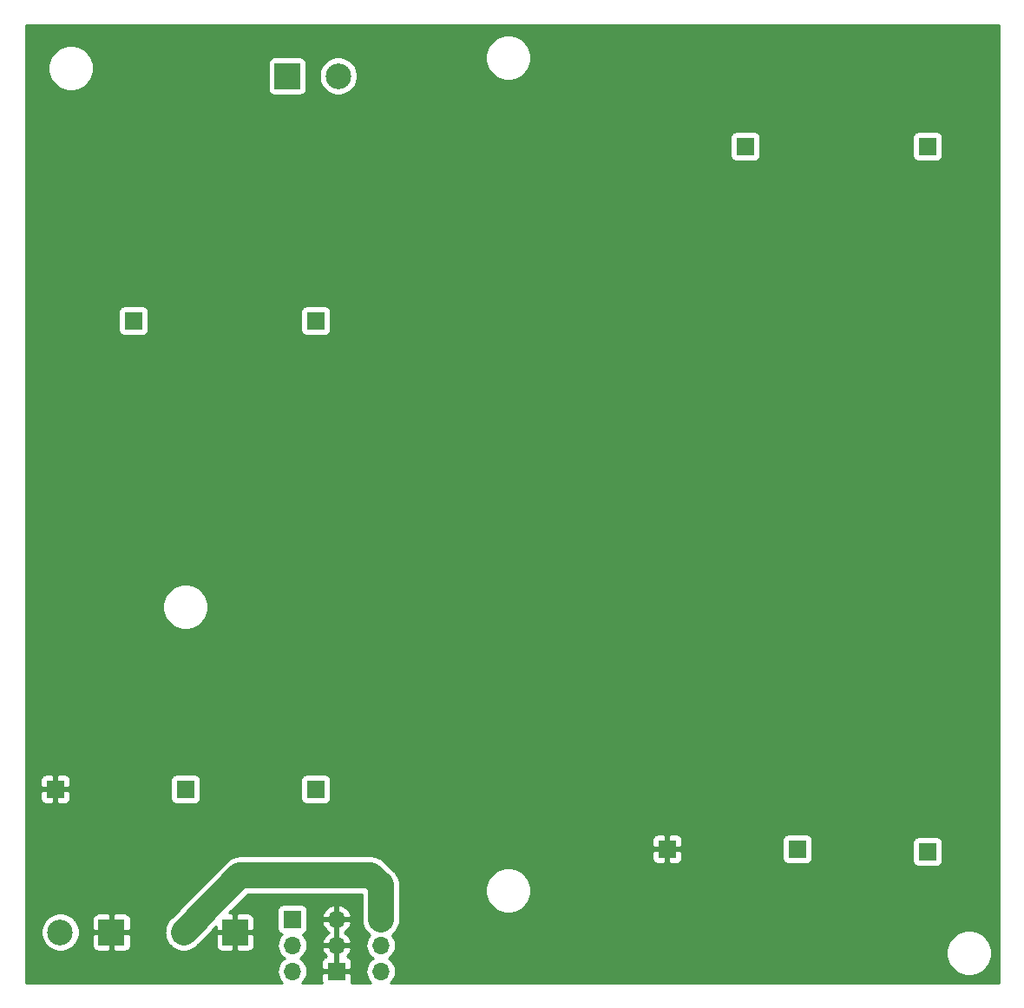
<source format=gbr>
G04 #@! TF.GenerationSoftware,KiCad,Pcbnew,(5.1.4)-1*
G04 #@! TF.CreationDate,2019-10-21T16:45:54-04:00*
G04 #@! TF.ProjectId,psu_board,7073755f-626f-4617-9264-2e6b69636164,rev?*
G04 #@! TF.SameCoordinates,Original*
G04 #@! TF.FileFunction,Copper,L2,Bot*
G04 #@! TF.FilePolarity,Positive*
%FSLAX46Y46*%
G04 Gerber Fmt 4.6, Leading zero omitted, Abs format (unit mm)*
G04 Created by KiCad (PCBNEW (5.1.4)-1) date 2019-10-21 16:45:54*
%MOMM*%
%LPD*%
G04 APERTURE LIST*
%ADD10C,2.500000*%
%ADD11R,2.500000X2.500000*%
%ADD12O,1.700000X1.700000*%
%ADD13R,1.700000X1.700000*%
%ADD14C,2.500000*%
%ADD15C,0.254000*%
G04 APERTURE END LIST*
D10*
X157956000Y-152146000D03*
D11*
X162956000Y-152146000D03*
D10*
X170006000Y-152146000D03*
D11*
X175006000Y-152146000D03*
D12*
X180594000Y-155956000D03*
X180594000Y-153416000D03*
D13*
X180594000Y-150876000D03*
D12*
X189230000Y-155956000D03*
X189230000Y-153416000D03*
D13*
X189230000Y-150876000D03*
X229870000Y-144018000D03*
X170180000Y-138176000D03*
D10*
X185086000Y-68580000D03*
D11*
X180086000Y-68580000D03*
D13*
X242570000Y-75438000D03*
X224790000Y-75438000D03*
X182880000Y-92456000D03*
X165100000Y-92456000D03*
X217170000Y-144018000D03*
X242570000Y-144272000D03*
X157480000Y-138176000D03*
X182880000Y-138176000D03*
D12*
X184912000Y-150876000D03*
X184912000Y-153416000D03*
D13*
X184912000Y-155956000D03*
D14*
X171255999Y-150785999D02*
X175483998Y-146558000D01*
X170006000Y-152146000D02*
X171255999Y-150896001D01*
X171255999Y-150896001D02*
X171255999Y-150785999D01*
X189230000Y-147526000D02*
X189230000Y-150876000D01*
X188262000Y-146558000D02*
X189230000Y-147526000D01*
X175483998Y-146558000D02*
X188262000Y-146558000D01*
D15*
G36*
X249530000Y-67088418D02*
G01*
X249530001Y-67088428D01*
X249530000Y-157074000D01*
X190208532Y-157074000D01*
X190285134Y-157011134D01*
X190470706Y-156785014D01*
X190608599Y-156527034D01*
X190693513Y-156247111D01*
X190722185Y-155956000D01*
X190693513Y-155664889D01*
X190608599Y-155384966D01*
X190470706Y-155126986D01*
X190285134Y-154900866D01*
X190059014Y-154715294D01*
X190004209Y-154686000D01*
X190059014Y-154656706D01*
X190285134Y-154471134D01*
X190470706Y-154245014D01*
X190608599Y-153987034D01*
X190617445Y-153957872D01*
X244399000Y-153957872D01*
X244399000Y-154398128D01*
X244484890Y-154829925D01*
X244653369Y-155236669D01*
X244897962Y-155602729D01*
X245209271Y-155914038D01*
X245575331Y-156158631D01*
X245982075Y-156327110D01*
X246413872Y-156413000D01*
X246854128Y-156413000D01*
X247285925Y-156327110D01*
X247692669Y-156158631D01*
X248058729Y-155914038D01*
X248370038Y-155602729D01*
X248614631Y-155236669D01*
X248783110Y-154829925D01*
X248869000Y-154398128D01*
X248869000Y-153957872D01*
X248783110Y-153526075D01*
X248614631Y-153119331D01*
X248370038Y-152753271D01*
X248058729Y-152441962D01*
X247692669Y-152197369D01*
X247285925Y-152028890D01*
X246854128Y-151943000D01*
X246413872Y-151943000D01*
X245982075Y-152028890D01*
X245575331Y-152197369D01*
X245209271Y-152441962D01*
X244897962Y-152753271D01*
X244653369Y-153119331D01*
X244484890Y-153526075D01*
X244399000Y-153957872D01*
X190617445Y-153957872D01*
X190693513Y-153707111D01*
X190722185Y-153416000D01*
X190693513Y-153124889D01*
X190608599Y-152844966D01*
X190470706Y-152586986D01*
X190328154Y-152413286D01*
X190569345Y-152215345D01*
X190804903Y-151928317D01*
X190979939Y-151600848D01*
X191087725Y-151245524D01*
X191115000Y-150968597D01*
X191115000Y-147861872D01*
X199441000Y-147861872D01*
X199441000Y-148302128D01*
X199526890Y-148733925D01*
X199695369Y-149140669D01*
X199939962Y-149506729D01*
X200251271Y-149818038D01*
X200617331Y-150062631D01*
X201024075Y-150231110D01*
X201455872Y-150317000D01*
X201896128Y-150317000D01*
X202327925Y-150231110D01*
X202734669Y-150062631D01*
X203100729Y-149818038D01*
X203412038Y-149506729D01*
X203656631Y-149140669D01*
X203825110Y-148733925D01*
X203911000Y-148302128D01*
X203911000Y-147861872D01*
X203825110Y-147430075D01*
X203656631Y-147023331D01*
X203412038Y-146657271D01*
X203100729Y-146345962D01*
X202734669Y-146101369D01*
X202327925Y-145932890D01*
X201896128Y-145847000D01*
X201455872Y-145847000D01*
X201024075Y-145932890D01*
X200617331Y-146101369D01*
X200251271Y-146345962D01*
X199939962Y-146657271D01*
X199695369Y-147023331D01*
X199526890Y-147430075D01*
X199441000Y-147861872D01*
X191115000Y-147861872D01*
X191115000Y-147618597D01*
X191124120Y-147526000D01*
X191087725Y-147156476D01*
X190979939Y-146801153D01*
X190979939Y-146801152D01*
X190804903Y-146473683D01*
X190569345Y-146186655D01*
X190497418Y-146127626D01*
X189660374Y-145290582D01*
X189601345Y-145218655D01*
X189314317Y-144983097D01*
X189098986Y-144868000D01*
X215681928Y-144868000D01*
X215694188Y-144992482D01*
X215730498Y-145112180D01*
X215789463Y-145222494D01*
X215868815Y-145319185D01*
X215965506Y-145398537D01*
X216075820Y-145457502D01*
X216195518Y-145493812D01*
X216320000Y-145506072D01*
X216884250Y-145503000D01*
X217043000Y-145344250D01*
X217043000Y-144145000D01*
X217297000Y-144145000D01*
X217297000Y-145344250D01*
X217455750Y-145503000D01*
X218020000Y-145506072D01*
X218144482Y-145493812D01*
X218264180Y-145457502D01*
X218374494Y-145398537D01*
X218471185Y-145319185D01*
X218550537Y-145222494D01*
X218609502Y-145112180D01*
X218645812Y-144992482D01*
X218658072Y-144868000D01*
X218655000Y-144303750D01*
X218496250Y-144145000D01*
X217297000Y-144145000D01*
X217043000Y-144145000D01*
X215843750Y-144145000D01*
X215685000Y-144303750D01*
X215681928Y-144868000D01*
X189098986Y-144868000D01*
X188986848Y-144808061D01*
X188631524Y-144700275D01*
X188354597Y-144673000D01*
X188354589Y-144673000D01*
X188262000Y-144663881D01*
X188169411Y-144673000D01*
X175576595Y-144673000D01*
X175483998Y-144663880D01*
X175114474Y-144700275D01*
X174759149Y-144808061D01*
X174431681Y-144983097D01*
X174144653Y-145218655D01*
X174085624Y-145290582D01*
X169988581Y-149387625D01*
X169916654Y-149446654D01*
X169681096Y-149733682D01*
X169599073Y-149887135D01*
X168804385Y-150681823D01*
X168804382Y-150681825D01*
X168541825Y-150944382D01*
X168490119Y-151021766D01*
X168431098Y-151093683D01*
X168387242Y-151175731D01*
X168335534Y-151253118D01*
X168299917Y-151339105D01*
X168256062Y-151421152D01*
X168229055Y-151510180D01*
X168193439Y-151596166D01*
X168175283Y-151687443D01*
X168148275Y-151776476D01*
X168139156Y-151869069D01*
X168121000Y-151960344D01*
X168121000Y-152053411D01*
X168111881Y-152146000D01*
X168121000Y-152238589D01*
X168121000Y-152331656D01*
X168139156Y-152422931D01*
X168148275Y-152515524D01*
X168175283Y-152604557D01*
X168193439Y-152695834D01*
X168229055Y-152781820D01*
X168256062Y-152870848D01*
X168299917Y-152952895D01*
X168335534Y-153038882D01*
X168387242Y-153116269D01*
X168431098Y-153198317D01*
X168490119Y-153270234D01*
X168541825Y-153347618D01*
X168607632Y-153413425D01*
X168666655Y-153485345D01*
X168738575Y-153544368D01*
X168804382Y-153610175D01*
X168881766Y-153661881D01*
X168953683Y-153720902D01*
X169035731Y-153764758D01*
X169113118Y-153816466D01*
X169199105Y-153852083D01*
X169281152Y-153895938D01*
X169370180Y-153922945D01*
X169456166Y-153958561D01*
X169547443Y-153976717D01*
X169636476Y-154003725D01*
X169729069Y-154012844D01*
X169820344Y-154031000D01*
X169913411Y-154031000D01*
X170006000Y-154040119D01*
X170098589Y-154031000D01*
X170191656Y-154031000D01*
X170282931Y-154012844D01*
X170375524Y-154003725D01*
X170464557Y-153976717D01*
X170555834Y-153958561D01*
X170641820Y-153922945D01*
X170730848Y-153895938D01*
X170812895Y-153852083D01*
X170898882Y-153816466D01*
X170976269Y-153764758D01*
X171058317Y-153720902D01*
X171130234Y-153661881D01*
X171207618Y-153610175D01*
X171421793Y-153396000D01*
X173117928Y-153396000D01*
X173130188Y-153520482D01*
X173166498Y-153640180D01*
X173225463Y-153750494D01*
X173304815Y-153847185D01*
X173401506Y-153926537D01*
X173511820Y-153985502D01*
X173631518Y-154021812D01*
X173756000Y-154034072D01*
X174720250Y-154031000D01*
X174879000Y-153872250D01*
X174879000Y-152273000D01*
X175133000Y-152273000D01*
X175133000Y-153872250D01*
X175291750Y-154031000D01*
X176256000Y-154034072D01*
X176380482Y-154021812D01*
X176500180Y-153985502D01*
X176610494Y-153926537D01*
X176707185Y-153847185D01*
X176786537Y-153750494D01*
X176845502Y-153640180D01*
X176881812Y-153520482D01*
X176894072Y-153396000D01*
X176891000Y-152431750D01*
X176732250Y-152273000D01*
X175133000Y-152273000D01*
X174879000Y-152273000D01*
X173279750Y-152273000D01*
X173121000Y-152431750D01*
X173117928Y-153396000D01*
X171421793Y-153396000D01*
X171470175Y-153347618D01*
X171470177Y-153347615D01*
X172523412Y-152294379D01*
X172595344Y-152235346D01*
X172830902Y-151948318D01*
X172912924Y-151794866D01*
X173120132Y-151587658D01*
X173121000Y-151860250D01*
X173279750Y-152019000D01*
X174879000Y-152019000D01*
X174879000Y-150419750D01*
X175133000Y-150419750D01*
X175133000Y-152019000D01*
X176732250Y-152019000D01*
X176891000Y-151860250D01*
X176894072Y-150896000D01*
X176881812Y-150771518D01*
X176845502Y-150651820D01*
X176786537Y-150541506D01*
X176707185Y-150444815D01*
X176610494Y-150365463D01*
X176500180Y-150306498D01*
X176380482Y-150270188D01*
X176256000Y-150257928D01*
X175291750Y-150261000D01*
X175133000Y-150419750D01*
X174879000Y-150419750D01*
X174720250Y-150261000D01*
X174447658Y-150260132D01*
X176264790Y-148443000D01*
X187345000Y-148443000D01*
X187345001Y-150968597D01*
X187372276Y-151245524D01*
X187480062Y-151600848D01*
X187655098Y-151928317D01*
X187890656Y-152215345D01*
X188131847Y-152413285D01*
X187989294Y-152586986D01*
X187851401Y-152844966D01*
X187766487Y-153124889D01*
X187737815Y-153416000D01*
X187766487Y-153707111D01*
X187851401Y-153987034D01*
X187989294Y-154245014D01*
X188174866Y-154471134D01*
X188400986Y-154656706D01*
X188455791Y-154686000D01*
X188400986Y-154715294D01*
X188174866Y-154900866D01*
X187989294Y-155126986D01*
X187851401Y-155384966D01*
X187766487Y-155664889D01*
X187737815Y-155956000D01*
X187766487Y-156247111D01*
X187851401Y-156527034D01*
X187989294Y-156785014D01*
X188174866Y-157011134D01*
X188251468Y-157074000D01*
X186338770Y-157074000D01*
X186351502Y-157050180D01*
X186387812Y-156930482D01*
X186400072Y-156806000D01*
X186397000Y-156241750D01*
X186238250Y-156083000D01*
X185039000Y-156083000D01*
X185039000Y-156103000D01*
X184785000Y-156103000D01*
X184785000Y-156083000D01*
X183585750Y-156083000D01*
X183427000Y-156241750D01*
X183423928Y-156806000D01*
X183436188Y-156930482D01*
X183472498Y-157050180D01*
X183485230Y-157074000D01*
X181572532Y-157074000D01*
X181649134Y-157011134D01*
X181834706Y-156785014D01*
X181972599Y-156527034D01*
X182057513Y-156247111D01*
X182086185Y-155956000D01*
X182057513Y-155664889D01*
X181972599Y-155384966D01*
X181834706Y-155126986D01*
X181817484Y-155106000D01*
X183423928Y-155106000D01*
X183427000Y-155670250D01*
X183585750Y-155829000D01*
X184785000Y-155829000D01*
X184785000Y-153543000D01*
X185039000Y-153543000D01*
X185039000Y-155829000D01*
X186238250Y-155829000D01*
X186397000Y-155670250D01*
X186400072Y-155106000D01*
X186387812Y-154981518D01*
X186351502Y-154861820D01*
X186292537Y-154751506D01*
X186213185Y-154654815D01*
X186116494Y-154575463D01*
X186006180Y-154516498D01*
X185925534Y-154492034D01*
X186009588Y-154416269D01*
X186183641Y-154182920D01*
X186308825Y-153920099D01*
X186353476Y-153772890D01*
X186232155Y-153543000D01*
X185039000Y-153543000D01*
X184785000Y-153543000D01*
X183591845Y-153543000D01*
X183470524Y-153772890D01*
X183515175Y-153920099D01*
X183640359Y-154182920D01*
X183814412Y-154416269D01*
X183898466Y-154492034D01*
X183817820Y-154516498D01*
X183707506Y-154575463D01*
X183610815Y-154654815D01*
X183531463Y-154751506D01*
X183472498Y-154861820D01*
X183436188Y-154981518D01*
X183423928Y-155106000D01*
X181817484Y-155106000D01*
X181649134Y-154900866D01*
X181423014Y-154715294D01*
X181368209Y-154686000D01*
X181423014Y-154656706D01*
X181649134Y-154471134D01*
X181834706Y-154245014D01*
X181972599Y-153987034D01*
X182057513Y-153707111D01*
X182086185Y-153416000D01*
X182057513Y-153124889D01*
X181972599Y-152844966D01*
X181834706Y-152586986D01*
X181649134Y-152360866D01*
X181619313Y-152336393D01*
X181688180Y-152315502D01*
X181798494Y-152256537D01*
X181895185Y-152177185D01*
X181974537Y-152080494D01*
X182033502Y-151970180D01*
X182069812Y-151850482D01*
X182082072Y-151726000D01*
X182082072Y-151232890D01*
X183470524Y-151232890D01*
X183515175Y-151380099D01*
X183640359Y-151642920D01*
X183814412Y-151876269D01*
X184030645Y-152071178D01*
X184156255Y-152146000D01*
X184030645Y-152220822D01*
X183814412Y-152415731D01*
X183640359Y-152649080D01*
X183515175Y-152911901D01*
X183470524Y-153059110D01*
X183591845Y-153289000D01*
X184785000Y-153289000D01*
X184785000Y-151003000D01*
X185039000Y-151003000D01*
X185039000Y-153289000D01*
X186232155Y-153289000D01*
X186353476Y-153059110D01*
X186308825Y-152911901D01*
X186183641Y-152649080D01*
X186009588Y-152415731D01*
X185793355Y-152220822D01*
X185667745Y-152146000D01*
X185793355Y-152071178D01*
X186009588Y-151876269D01*
X186183641Y-151642920D01*
X186308825Y-151380099D01*
X186353476Y-151232890D01*
X186232155Y-151003000D01*
X185039000Y-151003000D01*
X184785000Y-151003000D01*
X183591845Y-151003000D01*
X183470524Y-151232890D01*
X182082072Y-151232890D01*
X182082072Y-150519110D01*
X183470524Y-150519110D01*
X183591845Y-150749000D01*
X184785000Y-150749000D01*
X184785000Y-149555186D01*
X185039000Y-149555186D01*
X185039000Y-150749000D01*
X186232155Y-150749000D01*
X186353476Y-150519110D01*
X186308825Y-150371901D01*
X186183641Y-150109080D01*
X186009588Y-149875731D01*
X185793355Y-149680822D01*
X185543252Y-149531843D01*
X185268891Y-149434519D01*
X185039000Y-149555186D01*
X184785000Y-149555186D01*
X184555109Y-149434519D01*
X184280748Y-149531843D01*
X184030645Y-149680822D01*
X183814412Y-149875731D01*
X183640359Y-150109080D01*
X183515175Y-150371901D01*
X183470524Y-150519110D01*
X182082072Y-150519110D01*
X182082072Y-150026000D01*
X182069812Y-149901518D01*
X182033502Y-149781820D01*
X181974537Y-149671506D01*
X181895185Y-149574815D01*
X181798494Y-149495463D01*
X181688180Y-149436498D01*
X181568482Y-149400188D01*
X181444000Y-149387928D01*
X179744000Y-149387928D01*
X179619518Y-149400188D01*
X179499820Y-149436498D01*
X179389506Y-149495463D01*
X179292815Y-149574815D01*
X179213463Y-149671506D01*
X179154498Y-149781820D01*
X179118188Y-149901518D01*
X179105928Y-150026000D01*
X179105928Y-151726000D01*
X179118188Y-151850482D01*
X179154498Y-151970180D01*
X179213463Y-152080494D01*
X179292815Y-152177185D01*
X179389506Y-152256537D01*
X179499820Y-152315502D01*
X179568687Y-152336393D01*
X179538866Y-152360866D01*
X179353294Y-152586986D01*
X179215401Y-152844966D01*
X179130487Y-153124889D01*
X179101815Y-153416000D01*
X179130487Y-153707111D01*
X179215401Y-153987034D01*
X179353294Y-154245014D01*
X179538866Y-154471134D01*
X179764986Y-154656706D01*
X179819791Y-154686000D01*
X179764986Y-154715294D01*
X179538866Y-154900866D01*
X179353294Y-155126986D01*
X179215401Y-155384966D01*
X179130487Y-155664889D01*
X179101815Y-155956000D01*
X179130487Y-156247111D01*
X179215401Y-156527034D01*
X179353294Y-156785014D01*
X179538866Y-157011134D01*
X179615468Y-157074000D01*
X154584000Y-157074000D01*
X154584000Y-151960344D01*
X156071000Y-151960344D01*
X156071000Y-152331656D01*
X156143439Y-152695834D01*
X156285534Y-153038882D01*
X156491825Y-153347618D01*
X156754382Y-153610175D01*
X157063118Y-153816466D01*
X157406166Y-153958561D01*
X157770344Y-154031000D01*
X158141656Y-154031000D01*
X158505834Y-153958561D01*
X158848882Y-153816466D01*
X159157618Y-153610175D01*
X159371793Y-153396000D01*
X161067928Y-153396000D01*
X161080188Y-153520482D01*
X161116498Y-153640180D01*
X161175463Y-153750494D01*
X161254815Y-153847185D01*
X161351506Y-153926537D01*
X161461820Y-153985502D01*
X161581518Y-154021812D01*
X161706000Y-154034072D01*
X162670250Y-154031000D01*
X162829000Y-153872250D01*
X162829000Y-152273000D01*
X163083000Y-152273000D01*
X163083000Y-153872250D01*
X163241750Y-154031000D01*
X164206000Y-154034072D01*
X164330482Y-154021812D01*
X164450180Y-153985502D01*
X164560494Y-153926537D01*
X164657185Y-153847185D01*
X164736537Y-153750494D01*
X164795502Y-153640180D01*
X164831812Y-153520482D01*
X164844072Y-153396000D01*
X164841000Y-152431750D01*
X164682250Y-152273000D01*
X163083000Y-152273000D01*
X162829000Y-152273000D01*
X161229750Y-152273000D01*
X161071000Y-152431750D01*
X161067928Y-153396000D01*
X159371793Y-153396000D01*
X159420175Y-153347618D01*
X159626466Y-153038882D01*
X159768561Y-152695834D01*
X159841000Y-152331656D01*
X159841000Y-151960344D01*
X159768561Y-151596166D01*
X159626466Y-151253118D01*
X159420175Y-150944382D01*
X159371793Y-150896000D01*
X161067928Y-150896000D01*
X161071000Y-151860250D01*
X161229750Y-152019000D01*
X162829000Y-152019000D01*
X162829000Y-150419750D01*
X163083000Y-150419750D01*
X163083000Y-152019000D01*
X164682250Y-152019000D01*
X164841000Y-151860250D01*
X164844072Y-150896000D01*
X164831812Y-150771518D01*
X164795502Y-150651820D01*
X164736537Y-150541506D01*
X164657185Y-150444815D01*
X164560494Y-150365463D01*
X164450180Y-150306498D01*
X164330482Y-150270188D01*
X164206000Y-150257928D01*
X163241750Y-150261000D01*
X163083000Y-150419750D01*
X162829000Y-150419750D01*
X162670250Y-150261000D01*
X161706000Y-150257928D01*
X161581518Y-150270188D01*
X161461820Y-150306498D01*
X161351506Y-150365463D01*
X161254815Y-150444815D01*
X161175463Y-150541506D01*
X161116498Y-150651820D01*
X161080188Y-150771518D01*
X161067928Y-150896000D01*
X159371793Y-150896000D01*
X159157618Y-150681825D01*
X158848882Y-150475534D01*
X158505834Y-150333439D01*
X158141656Y-150261000D01*
X157770344Y-150261000D01*
X157406166Y-150333439D01*
X157063118Y-150475534D01*
X156754382Y-150681825D01*
X156491825Y-150944382D01*
X156285534Y-151253118D01*
X156143439Y-151596166D01*
X156071000Y-151960344D01*
X154584000Y-151960344D01*
X154584000Y-143168000D01*
X215681928Y-143168000D01*
X215685000Y-143732250D01*
X215843750Y-143891000D01*
X217043000Y-143891000D01*
X217043000Y-142691750D01*
X217297000Y-142691750D01*
X217297000Y-143891000D01*
X218496250Y-143891000D01*
X218655000Y-143732250D01*
X218658072Y-143168000D01*
X228381928Y-143168000D01*
X228381928Y-144868000D01*
X228394188Y-144992482D01*
X228430498Y-145112180D01*
X228489463Y-145222494D01*
X228568815Y-145319185D01*
X228665506Y-145398537D01*
X228775820Y-145457502D01*
X228895518Y-145493812D01*
X229020000Y-145506072D01*
X230720000Y-145506072D01*
X230844482Y-145493812D01*
X230964180Y-145457502D01*
X231074494Y-145398537D01*
X231171185Y-145319185D01*
X231250537Y-145222494D01*
X231309502Y-145112180D01*
X231345812Y-144992482D01*
X231358072Y-144868000D01*
X231358072Y-143422000D01*
X241081928Y-143422000D01*
X241081928Y-145122000D01*
X241094188Y-145246482D01*
X241130498Y-145366180D01*
X241189463Y-145476494D01*
X241268815Y-145573185D01*
X241365506Y-145652537D01*
X241475820Y-145711502D01*
X241595518Y-145747812D01*
X241720000Y-145760072D01*
X243420000Y-145760072D01*
X243544482Y-145747812D01*
X243664180Y-145711502D01*
X243774494Y-145652537D01*
X243871185Y-145573185D01*
X243950537Y-145476494D01*
X244009502Y-145366180D01*
X244045812Y-145246482D01*
X244058072Y-145122000D01*
X244058072Y-143422000D01*
X244045812Y-143297518D01*
X244009502Y-143177820D01*
X243950537Y-143067506D01*
X243871185Y-142970815D01*
X243774494Y-142891463D01*
X243664180Y-142832498D01*
X243544482Y-142796188D01*
X243420000Y-142783928D01*
X241720000Y-142783928D01*
X241595518Y-142796188D01*
X241475820Y-142832498D01*
X241365506Y-142891463D01*
X241268815Y-142970815D01*
X241189463Y-143067506D01*
X241130498Y-143177820D01*
X241094188Y-143297518D01*
X241081928Y-143422000D01*
X231358072Y-143422000D01*
X231358072Y-143168000D01*
X231345812Y-143043518D01*
X231309502Y-142923820D01*
X231250537Y-142813506D01*
X231171185Y-142716815D01*
X231074494Y-142637463D01*
X230964180Y-142578498D01*
X230844482Y-142542188D01*
X230720000Y-142529928D01*
X229020000Y-142529928D01*
X228895518Y-142542188D01*
X228775820Y-142578498D01*
X228665506Y-142637463D01*
X228568815Y-142716815D01*
X228489463Y-142813506D01*
X228430498Y-142923820D01*
X228394188Y-143043518D01*
X228381928Y-143168000D01*
X218658072Y-143168000D01*
X218645812Y-143043518D01*
X218609502Y-142923820D01*
X218550537Y-142813506D01*
X218471185Y-142716815D01*
X218374494Y-142637463D01*
X218264180Y-142578498D01*
X218144482Y-142542188D01*
X218020000Y-142529928D01*
X217455750Y-142533000D01*
X217297000Y-142691750D01*
X217043000Y-142691750D01*
X216884250Y-142533000D01*
X216320000Y-142529928D01*
X216195518Y-142542188D01*
X216075820Y-142578498D01*
X215965506Y-142637463D01*
X215868815Y-142716815D01*
X215789463Y-142813506D01*
X215730498Y-142923820D01*
X215694188Y-143043518D01*
X215681928Y-143168000D01*
X154584000Y-143168000D01*
X154584000Y-139026000D01*
X155991928Y-139026000D01*
X156004188Y-139150482D01*
X156040498Y-139270180D01*
X156099463Y-139380494D01*
X156178815Y-139477185D01*
X156275506Y-139556537D01*
X156385820Y-139615502D01*
X156505518Y-139651812D01*
X156630000Y-139664072D01*
X157194250Y-139661000D01*
X157353000Y-139502250D01*
X157353000Y-138303000D01*
X157607000Y-138303000D01*
X157607000Y-139502250D01*
X157765750Y-139661000D01*
X158330000Y-139664072D01*
X158454482Y-139651812D01*
X158574180Y-139615502D01*
X158684494Y-139556537D01*
X158781185Y-139477185D01*
X158860537Y-139380494D01*
X158919502Y-139270180D01*
X158955812Y-139150482D01*
X158968072Y-139026000D01*
X158965000Y-138461750D01*
X158806250Y-138303000D01*
X157607000Y-138303000D01*
X157353000Y-138303000D01*
X156153750Y-138303000D01*
X155995000Y-138461750D01*
X155991928Y-139026000D01*
X154584000Y-139026000D01*
X154584000Y-137326000D01*
X155991928Y-137326000D01*
X155995000Y-137890250D01*
X156153750Y-138049000D01*
X157353000Y-138049000D01*
X157353000Y-136849750D01*
X157607000Y-136849750D01*
X157607000Y-138049000D01*
X158806250Y-138049000D01*
X158965000Y-137890250D01*
X158968072Y-137326000D01*
X168691928Y-137326000D01*
X168691928Y-139026000D01*
X168704188Y-139150482D01*
X168740498Y-139270180D01*
X168799463Y-139380494D01*
X168878815Y-139477185D01*
X168975506Y-139556537D01*
X169085820Y-139615502D01*
X169205518Y-139651812D01*
X169330000Y-139664072D01*
X171030000Y-139664072D01*
X171154482Y-139651812D01*
X171274180Y-139615502D01*
X171384494Y-139556537D01*
X171481185Y-139477185D01*
X171560537Y-139380494D01*
X171619502Y-139270180D01*
X171655812Y-139150482D01*
X171668072Y-139026000D01*
X171668072Y-137326000D01*
X181391928Y-137326000D01*
X181391928Y-139026000D01*
X181404188Y-139150482D01*
X181440498Y-139270180D01*
X181499463Y-139380494D01*
X181578815Y-139477185D01*
X181675506Y-139556537D01*
X181785820Y-139615502D01*
X181905518Y-139651812D01*
X182030000Y-139664072D01*
X183730000Y-139664072D01*
X183854482Y-139651812D01*
X183974180Y-139615502D01*
X184084494Y-139556537D01*
X184181185Y-139477185D01*
X184260537Y-139380494D01*
X184319502Y-139270180D01*
X184355812Y-139150482D01*
X184368072Y-139026000D01*
X184368072Y-137326000D01*
X184355812Y-137201518D01*
X184319502Y-137081820D01*
X184260537Y-136971506D01*
X184181185Y-136874815D01*
X184084494Y-136795463D01*
X183974180Y-136736498D01*
X183854482Y-136700188D01*
X183730000Y-136687928D01*
X182030000Y-136687928D01*
X181905518Y-136700188D01*
X181785820Y-136736498D01*
X181675506Y-136795463D01*
X181578815Y-136874815D01*
X181499463Y-136971506D01*
X181440498Y-137081820D01*
X181404188Y-137201518D01*
X181391928Y-137326000D01*
X171668072Y-137326000D01*
X171655812Y-137201518D01*
X171619502Y-137081820D01*
X171560537Y-136971506D01*
X171481185Y-136874815D01*
X171384494Y-136795463D01*
X171274180Y-136736498D01*
X171154482Y-136700188D01*
X171030000Y-136687928D01*
X169330000Y-136687928D01*
X169205518Y-136700188D01*
X169085820Y-136736498D01*
X168975506Y-136795463D01*
X168878815Y-136874815D01*
X168799463Y-136971506D01*
X168740498Y-137081820D01*
X168704188Y-137201518D01*
X168691928Y-137326000D01*
X158968072Y-137326000D01*
X158955812Y-137201518D01*
X158919502Y-137081820D01*
X158860537Y-136971506D01*
X158781185Y-136874815D01*
X158684494Y-136795463D01*
X158574180Y-136736498D01*
X158454482Y-136700188D01*
X158330000Y-136687928D01*
X157765750Y-136691000D01*
X157607000Y-136849750D01*
X157353000Y-136849750D01*
X157194250Y-136691000D01*
X156630000Y-136687928D01*
X156505518Y-136700188D01*
X156385820Y-136736498D01*
X156275506Y-136795463D01*
X156178815Y-136874815D01*
X156099463Y-136971506D01*
X156040498Y-137081820D01*
X156004188Y-137201518D01*
X155991928Y-137326000D01*
X154584000Y-137326000D01*
X154584000Y-120175872D01*
X167945000Y-120175872D01*
X167945000Y-120616128D01*
X168030890Y-121047925D01*
X168199369Y-121454669D01*
X168443962Y-121820729D01*
X168755271Y-122132038D01*
X169121331Y-122376631D01*
X169528075Y-122545110D01*
X169959872Y-122631000D01*
X170400128Y-122631000D01*
X170831925Y-122545110D01*
X171238669Y-122376631D01*
X171604729Y-122132038D01*
X171916038Y-121820729D01*
X172160631Y-121454669D01*
X172329110Y-121047925D01*
X172415000Y-120616128D01*
X172415000Y-120175872D01*
X172329110Y-119744075D01*
X172160631Y-119337331D01*
X171916038Y-118971271D01*
X171604729Y-118659962D01*
X171238669Y-118415369D01*
X170831925Y-118246890D01*
X170400128Y-118161000D01*
X169959872Y-118161000D01*
X169528075Y-118246890D01*
X169121331Y-118415369D01*
X168755271Y-118659962D01*
X168443962Y-118971271D01*
X168199369Y-119337331D01*
X168030890Y-119744075D01*
X167945000Y-120175872D01*
X154584000Y-120175872D01*
X154584000Y-91606000D01*
X163611928Y-91606000D01*
X163611928Y-93306000D01*
X163624188Y-93430482D01*
X163660498Y-93550180D01*
X163719463Y-93660494D01*
X163798815Y-93757185D01*
X163895506Y-93836537D01*
X164005820Y-93895502D01*
X164125518Y-93931812D01*
X164250000Y-93944072D01*
X165950000Y-93944072D01*
X166074482Y-93931812D01*
X166194180Y-93895502D01*
X166304494Y-93836537D01*
X166401185Y-93757185D01*
X166480537Y-93660494D01*
X166539502Y-93550180D01*
X166575812Y-93430482D01*
X166588072Y-93306000D01*
X166588072Y-91606000D01*
X181391928Y-91606000D01*
X181391928Y-93306000D01*
X181404188Y-93430482D01*
X181440498Y-93550180D01*
X181499463Y-93660494D01*
X181578815Y-93757185D01*
X181675506Y-93836537D01*
X181785820Y-93895502D01*
X181905518Y-93931812D01*
X182030000Y-93944072D01*
X183730000Y-93944072D01*
X183854482Y-93931812D01*
X183974180Y-93895502D01*
X184084494Y-93836537D01*
X184181185Y-93757185D01*
X184260537Y-93660494D01*
X184319502Y-93550180D01*
X184355812Y-93430482D01*
X184368072Y-93306000D01*
X184368072Y-91606000D01*
X184355812Y-91481518D01*
X184319502Y-91361820D01*
X184260537Y-91251506D01*
X184181185Y-91154815D01*
X184084494Y-91075463D01*
X183974180Y-91016498D01*
X183854482Y-90980188D01*
X183730000Y-90967928D01*
X182030000Y-90967928D01*
X181905518Y-90980188D01*
X181785820Y-91016498D01*
X181675506Y-91075463D01*
X181578815Y-91154815D01*
X181499463Y-91251506D01*
X181440498Y-91361820D01*
X181404188Y-91481518D01*
X181391928Y-91606000D01*
X166588072Y-91606000D01*
X166575812Y-91481518D01*
X166539502Y-91361820D01*
X166480537Y-91251506D01*
X166401185Y-91154815D01*
X166304494Y-91075463D01*
X166194180Y-91016498D01*
X166074482Y-90980188D01*
X165950000Y-90967928D01*
X164250000Y-90967928D01*
X164125518Y-90980188D01*
X164005820Y-91016498D01*
X163895506Y-91075463D01*
X163798815Y-91154815D01*
X163719463Y-91251506D01*
X163660498Y-91361820D01*
X163624188Y-91481518D01*
X163611928Y-91606000D01*
X154584000Y-91606000D01*
X154584000Y-74588000D01*
X223301928Y-74588000D01*
X223301928Y-76288000D01*
X223314188Y-76412482D01*
X223350498Y-76532180D01*
X223409463Y-76642494D01*
X223488815Y-76739185D01*
X223585506Y-76818537D01*
X223695820Y-76877502D01*
X223815518Y-76913812D01*
X223940000Y-76926072D01*
X225640000Y-76926072D01*
X225764482Y-76913812D01*
X225884180Y-76877502D01*
X225994494Y-76818537D01*
X226091185Y-76739185D01*
X226170537Y-76642494D01*
X226229502Y-76532180D01*
X226265812Y-76412482D01*
X226278072Y-76288000D01*
X226278072Y-74588000D01*
X241081928Y-74588000D01*
X241081928Y-76288000D01*
X241094188Y-76412482D01*
X241130498Y-76532180D01*
X241189463Y-76642494D01*
X241268815Y-76739185D01*
X241365506Y-76818537D01*
X241475820Y-76877502D01*
X241595518Y-76913812D01*
X241720000Y-76926072D01*
X243420000Y-76926072D01*
X243544482Y-76913812D01*
X243664180Y-76877502D01*
X243774494Y-76818537D01*
X243871185Y-76739185D01*
X243950537Y-76642494D01*
X244009502Y-76532180D01*
X244045812Y-76412482D01*
X244058072Y-76288000D01*
X244058072Y-74588000D01*
X244045812Y-74463518D01*
X244009502Y-74343820D01*
X243950537Y-74233506D01*
X243871185Y-74136815D01*
X243774494Y-74057463D01*
X243664180Y-73998498D01*
X243544482Y-73962188D01*
X243420000Y-73949928D01*
X241720000Y-73949928D01*
X241595518Y-73962188D01*
X241475820Y-73998498D01*
X241365506Y-74057463D01*
X241268815Y-74136815D01*
X241189463Y-74233506D01*
X241130498Y-74343820D01*
X241094188Y-74463518D01*
X241081928Y-74588000D01*
X226278072Y-74588000D01*
X226265812Y-74463518D01*
X226229502Y-74343820D01*
X226170537Y-74233506D01*
X226091185Y-74136815D01*
X225994494Y-74057463D01*
X225884180Y-73998498D01*
X225764482Y-73962188D01*
X225640000Y-73949928D01*
X223940000Y-73949928D01*
X223815518Y-73962188D01*
X223695820Y-73998498D01*
X223585506Y-74057463D01*
X223488815Y-74136815D01*
X223409463Y-74233506D01*
X223350498Y-74343820D01*
X223314188Y-74463518D01*
X223301928Y-74588000D01*
X154584000Y-74588000D01*
X154584000Y-67597872D01*
X156769000Y-67597872D01*
X156769000Y-68038128D01*
X156854890Y-68469925D01*
X157023369Y-68876669D01*
X157267962Y-69242729D01*
X157579271Y-69554038D01*
X157945331Y-69798631D01*
X158352075Y-69967110D01*
X158783872Y-70053000D01*
X159224128Y-70053000D01*
X159655925Y-69967110D01*
X160062669Y-69798631D01*
X160428729Y-69554038D01*
X160740038Y-69242729D01*
X160984631Y-68876669D01*
X161153110Y-68469925D01*
X161239000Y-68038128D01*
X161239000Y-67597872D01*
X161185717Y-67330000D01*
X178197928Y-67330000D01*
X178197928Y-69830000D01*
X178210188Y-69954482D01*
X178246498Y-70074180D01*
X178305463Y-70184494D01*
X178384815Y-70281185D01*
X178481506Y-70360537D01*
X178591820Y-70419502D01*
X178711518Y-70455812D01*
X178836000Y-70468072D01*
X181336000Y-70468072D01*
X181460482Y-70455812D01*
X181580180Y-70419502D01*
X181690494Y-70360537D01*
X181787185Y-70281185D01*
X181866537Y-70184494D01*
X181925502Y-70074180D01*
X181961812Y-69954482D01*
X181974072Y-69830000D01*
X181974072Y-68394344D01*
X183201000Y-68394344D01*
X183201000Y-68765656D01*
X183273439Y-69129834D01*
X183415534Y-69472882D01*
X183621825Y-69781618D01*
X183884382Y-70044175D01*
X184193118Y-70250466D01*
X184536166Y-70392561D01*
X184900344Y-70465000D01*
X185271656Y-70465000D01*
X185635834Y-70392561D01*
X185978882Y-70250466D01*
X186287618Y-70044175D01*
X186550175Y-69781618D01*
X186756466Y-69472882D01*
X186898561Y-69129834D01*
X186971000Y-68765656D01*
X186971000Y-68394344D01*
X186898561Y-68030166D01*
X186756466Y-67687118D01*
X186550175Y-67378382D01*
X186287618Y-67115825D01*
X185978882Y-66909534D01*
X185635834Y-66767439D01*
X185271656Y-66695000D01*
X184900344Y-66695000D01*
X184536166Y-66767439D01*
X184193118Y-66909534D01*
X183884382Y-67115825D01*
X183621825Y-67378382D01*
X183415534Y-67687118D01*
X183273439Y-68030166D01*
X183201000Y-68394344D01*
X181974072Y-68394344D01*
X181974072Y-67330000D01*
X181961812Y-67205518D01*
X181925502Y-67085820D01*
X181866537Y-66975506D01*
X181787185Y-66878815D01*
X181690494Y-66799463D01*
X181580180Y-66740498D01*
X181460482Y-66704188D01*
X181336000Y-66691928D01*
X178836000Y-66691928D01*
X178711518Y-66704188D01*
X178591820Y-66740498D01*
X178481506Y-66799463D01*
X178384815Y-66878815D01*
X178305463Y-66975506D01*
X178246498Y-67085820D01*
X178210188Y-67205518D01*
X178197928Y-67330000D01*
X161185717Y-67330000D01*
X161153110Y-67166075D01*
X160984631Y-66759331D01*
X160866057Y-66581872D01*
X199441000Y-66581872D01*
X199441000Y-67022128D01*
X199526890Y-67453925D01*
X199695369Y-67860669D01*
X199939962Y-68226729D01*
X200251271Y-68538038D01*
X200617331Y-68782631D01*
X201024075Y-68951110D01*
X201455872Y-69037000D01*
X201896128Y-69037000D01*
X202327925Y-68951110D01*
X202734669Y-68782631D01*
X203100729Y-68538038D01*
X203412038Y-68226729D01*
X203656631Y-67860669D01*
X203825110Y-67453925D01*
X203911000Y-67022128D01*
X203911000Y-66581872D01*
X203825110Y-66150075D01*
X203656631Y-65743331D01*
X203412038Y-65377271D01*
X203100729Y-65065962D01*
X202734669Y-64821369D01*
X202327925Y-64652890D01*
X201896128Y-64567000D01*
X201455872Y-64567000D01*
X201024075Y-64652890D01*
X200617331Y-64821369D01*
X200251271Y-65065962D01*
X199939962Y-65377271D01*
X199695369Y-65743331D01*
X199526890Y-66150075D01*
X199441000Y-66581872D01*
X160866057Y-66581872D01*
X160740038Y-66393271D01*
X160428729Y-66081962D01*
X160062669Y-65837369D01*
X159655925Y-65668890D01*
X159224128Y-65583000D01*
X158783872Y-65583000D01*
X158352075Y-65668890D01*
X157945331Y-65837369D01*
X157579271Y-66081962D01*
X157267962Y-66393271D01*
X157023369Y-66759331D01*
X156854890Y-67166075D01*
X156769000Y-67597872D01*
X154584000Y-67597872D01*
X154584000Y-63652000D01*
X249530001Y-63652000D01*
X249530000Y-67088418D01*
X249530000Y-67088418D01*
G37*
X249530000Y-67088418D02*
X249530001Y-67088428D01*
X249530000Y-157074000D01*
X190208532Y-157074000D01*
X190285134Y-157011134D01*
X190470706Y-156785014D01*
X190608599Y-156527034D01*
X190693513Y-156247111D01*
X190722185Y-155956000D01*
X190693513Y-155664889D01*
X190608599Y-155384966D01*
X190470706Y-155126986D01*
X190285134Y-154900866D01*
X190059014Y-154715294D01*
X190004209Y-154686000D01*
X190059014Y-154656706D01*
X190285134Y-154471134D01*
X190470706Y-154245014D01*
X190608599Y-153987034D01*
X190617445Y-153957872D01*
X244399000Y-153957872D01*
X244399000Y-154398128D01*
X244484890Y-154829925D01*
X244653369Y-155236669D01*
X244897962Y-155602729D01*
X245209271Y-155914038D01*
X245575331Y-156158631D01*
X245982075Y-156327110D01*
X246413872Y-156413000D01*
X246854128Y-156413000D01*
X247285925Y-156327110D01*
X247692669Y-156158631D01*
X248058729Y-155914038D01*
X248370038Y-155602729D01*
X248614631Y-155236669D01*
X248783110Y-154829925D01*
X248869000Y-154398128D01*
X248869000Y-153957872D01*
X248783110Y-153526075D01*
X248614631Y-153119331D01*
X248370038Y-152753271D01*
X248058729Y-152441962D01*
X247692669Y-152197369D01*
X247285925Y-152028890D01*
X246854128Y-151943000D01*
X246413872Y-151943000D01*
X245982075Y-152028890D01*
X245575331Y-152197369D01*
X245209271Y-152441962D01*
X244897962Y-152753271D01*
X244653369Y-153119331D01*
X244484890Y-153526075D01*
X244399000Y-153957872D01*
X190617445Y-153957872D01*
X190693513Y-153707111D01*
X190722185Y-153416000D01*
X190693513Y-153124889D01*
X190608599Y-152844966D01*
X190470706Y-152586986D01*
X190328154Y-152413286D01*
X190569345Y-152215345D01*
X190804903Y-151928317D01*
X190979939Y-151600848D01*
X191087725Y-151245524D01*
X191115000Y-150968597D01*
X191115000Y-147861872D01*
X199441000Y-147861872D01*
X199441000Y-148302128D01*
X199526890Y-148733925D01*
X199695369Y-149140669D01*
X199939962Y-149506729D01*
X200251271Y-149818038D01*
X200617331Y-150062631D01*
X201024075Y-150231110D01*
X201455872Y-150317000D01*
X201896128Y-150317000D01*
X202327925Y-150231110D01*
X202734669Y-150062631D01*
X203100729Y-149818038D01*
X203412038Y-149506729D01*
X203656631Y-149140669D01*
X203825110Y-148733925D01*
X203911000Y-148302128D01*
X203911000Y-147861872D01*
X203825110Y-147430075D01*
X203656631Y-147023331D01*
X203412038Y-146657271D01*
X203100729Y-146345962D01*
X202734669Y-146101369D01*
X202327925Y-145932890D01*
X201896128Y-145847000D01*
X201455872Y-145847000D01*
X201024075Y-145932890D01*
X200617331Y-146101369D01*
X200251271Y-146345962D01*
X199939962Y-146657271D01*
X199695369Y-147023331D01*
X199526890Y-147430075D01*
X199441000Y-147861872D01*
X191115000Y-147861872D01*
X191115000Y-147618597D01*
X191124120Y-147526000D01*
X191087725Y-147156476D01*
X190979939Y-146801153D01*
X190979939Y-146801152D01*
X190804903Y-146473683D01*
X190569345Y-146186655D01*
X190497418Y-146127626D01*
X189660374Y-145290582D01*
X189601345Y-145218655D01*
X189314317Y-144983097D01*
X189098986Y-144868000D01*
X215681928Y-144868000D01*
X215694188Y-144992482D01*
X215730498Y-145112180D01*
X215789463Y-145222494D01*
X215868815Y-145319185D01*
X215965506Y-145398537D01*
X216075820Y-145457502D01*
X216195518Y-145493812D01*
X216320000Y-145506072D01*
X216884250Y-145503000D01*
X217043000Y-145344250D01*
X217043000Y-144145000D01*
X217297000Y-144145000D01*
X217297000Y-145344250D01*
X217455750Y-145503000D01*
X218020000Y-145506072D01*
X218144482Y-145493812D01*
X218264180Y-145457502D01*
X218374494Y-145398537D01*
X218471185Y-145319185D01*
X218550537Y-145222494D01*
X218609502Y-145112180D01*
X218645812Y-144992482D01*
X218658072Y-144868000D01*
X218655000Y-144303750D01*
X218496250Y-144145000D01*
X217297000Y-144145000D01*
X217043000Y-144145000D01*
X215843750Y-144145000D01*
X215685000Y-144303750D01*
X215681928Y-144868000D01*
X189098986Y-144868000D01*
X188986848Y-144808061D01*
X188631524Y-144700275D01*
X188354597Y-144673000D01*
X188354589Y-144673000D01*
X188262000Y-144663881D01*
X188169411Y-144673000D01*
X175576595Y-144673000D01*
X175483998Y-144663880D01*
X175114474Y-144700275D01*
X174759149Y-144808061D01*
X174431681Y-144983097D01*
X174144653Y-145218655D01*
X174085624Y-145290582D01*
X169988581Y-149387625D01*
X169916654Y-149446654D01*
X169681096Y-149733682D01*
X169599073Y-149887135D01*
X168804385Y-150681823D01*
X168804382Y-150681825D01*
X168541825Y-150944382D01*
X168490119Y-151021766D01*
X168431098Y-151093683D01*
X168387242Y-151175731D01*
X168335534Y-151253118D01*
X168299917Y-151339105D01*
X168256062Y-151421152D01*
X168229055Y-151510180D01*
X168193439Y-151596166D01*
X168175283Y-151687443D01*
X168148275Y-151776476D01*
X168139156Y-151869069D01*
X168121000Y-151960344D01*
X168121000Y-152053411D01*
X168111881Y-152146000D01*
X168121000Y-152238589D01*
X168121000Y-152331656D01*
X168139156Y-152422931D01*
X168148275Y-152515524D01*
X168175283Y-152604557D01*
X168193439Y-152695834D01*
X168229055Y-152781820D01*
X168256062Y-152870848D01*
X168299917Y-152952895D01*
X168335534Y-153038882D01*
X168387242Y-153116269D01*
X168431098Y-153198317D01*
X168490119Y-153270234D01*
X168541825Y-153347618D01*
X168607632Y-153413425D01*
X168666655Y-153485345D01*
X168738575Y-153544368D01*
X168804382Y-153610175D01*
X168881766Y-153661881D01*
X168953683Y-153720902D01*
X169035731Y-153764758D01*
X169113118Y-153816466D01*
X169199105Y-153852083D01*
X169281152Y-153895938D01*
X169370180Y-153922945D01*
X169456166Y-153958561D01*
X169547443Y-153976717D01*
X169636476Y-154003725D01*
X169729069Y-154012844D01*
X169820344Y-154031000D01*
X169913411Y-154031000D01*
X170006000Y-154040119D01*
X170098589Y-154031000D01*
X170191656Y-154031000D01*
X170282931Y-154012844D01*
X170375524Y-154003725D01*
X170464557Y-153976717D01*
X170555834Y-153958561D01*
X170641820Y-153922945D01*
X170730848Y-153895938D01*
X170812895Y-153852083D01*
X170898882Y-153816466D01*
X170976269Y-153764758D01*
X171058317Y-153720902D01*
X171130234Y-153661881D01*
X171207618Y-153610175D01*
X171421793Y-153396000D01*
X173117928Y-153396000D01*
X173130188Y-153520482D01*
X173166498Y-153640180D01*
X173225463Y-153750494D01*
X173304815Y-153847185D01*
X173401506Y-153926537D01*
X173511820Y-153985502D01*
X173631518Y-154021812D01*
X173756000Y-154034072D01*
X174720250Y-154031000D01*
X174879000Y-153872250D01*
X174879000Y-152273000D01*
X175133000Y-152273000D01*
X175133000Y-153872250D01*
X175291750Y-154031000D01*
X176256000Y-154034072D01*
X176380482Y-154021812D01*
X176500180Y-153985502D01*
X176610494Y-153926537D01*
X176707185Y-153847185D01*
X176786537Y-153750494D01*
X176845502Y-153640180D01*
X176881812Y-153520482D01*
X176894072Y-153396000D01*
X176891000Y-152431750D01*
X176732250Y-152273000D01*
X175133000Y-152273000D01*
X174879000Y-152273000D01*
X173279750Y-152273000D01*
X173121000Y-152431750D01*
X173117928Y-153396000D01*
X171421793Y-153396000D01*
X171470175Y-153347618D01*
X171470177Y-153347615D01*
X172523412Y-152294379D01*
X172595344Y-152235346D01*
X172830902Y-151948318D01*
X172912924Y-151794866D01*
X173120132Y-151587658D01*
X173121000Y-151860250D01*
X173279750Y-152019000D01*
X174879000Y-152019000D01*
X174879000Y-150419750D01*
X175133000Y-150419750D01*
X175133000Y-152019000D01*
X176732250Y-152019000D01*
X176891000Y-151860250D01*
X176894072Y-150896000D01*
X176881812Y-150771518D01*
X176845502Y-150651820D01*
X176786537Y-150541506D01*
X176707185Y-150444815D01*
X176610494Y-150365463D01*
X176500180Y-150306498D01*
X176380482Y-150270188D01*
X176256000Y-150257928D01*
X175291750Y-150261000D01*
X175133000Y-150419750D01*
X174879000Y-150419750D01*
X174720250Y-150261000D01*
X174447658Y-150260132D01*
X176264790Y-148443000D01*
X187345000Y-148443000D01*
X187345001Y-150968597D01*
X187372276Y-151245524D01*
X187480062Y-151600848D01*
X187655098Y-151928317D01*
X187890656Y-152215345D01*
X188131847Y-152413285D01*
X187989294Y-152586986D01*
X187851401Y-152844966D01*
X187766487Y-153124889D01*
X187737815Y-153416000D01*
X187766487Y-153707111D01*
X187851401Y-153987034D01*
X187989294Y-154245014D01*
X188174866Y-154471134D01*
X188400986Y-154656706D01*
X188455791Y-154686000D01*
X188400986Y-154715294D01*
X188174866Y-154900866D01*
X187989294Y-155126986D01*
X187851401Y-155384966D01*
X187766487Y-155664889D01*
X187737815Y-155956000D01*
X187766487Y-156247111D01*
X187851401Y-156527034D01*
X187989294Y-156785014D01*
X188174866Y-157011134D01*
X188251468Y-157074000D01*
X186338770Y-157074000D01*
X186351502Y-157050180D01*
X186387812Y-156930482D01*
X186400072Y-156806000D01*
X186397000Y-156241750D01*
X186238250Y-156083000D01*
X185039000Y-156083000D01*
X185039000Y-156103000D01*
X184785000Y-156103000D01*
X184785000Y-156083000D01*
X183585750Y-156083000D01*
X183427000Y-156241750D01*
X183423928Y-156806000D01*
X183436188Y-156930482D01*
X183472498Y-157050180D01*
X183485230Y-157074000D01*
X181572532Y-157074000D01*
X181649134Y-157011134D01*
X181834706Y-156785014D01*
X181972599Y-156527034D01*
X182057513Y-156247111D01*
X182086185Y-155956000D01*
X182057513Y-155664889D01*
X181972599Y-155384966D01*
X181834706Y-155126986D01*
X181817484Y-155106000D01*
X183423928Y-155106000D01*
X183427000Y-155670250D01*
X183585750Y-155829000D01*
X184785000Y-155829000D01*
X184785000Y-153543000D01*
X185039000Y-153543000D01*
X185039000Y-155829000D01*
X186238250Y-155829000D01*
X186397000Y-155670250D01*
X186400072Y-155106000D01*
X186387812Y-154981518D01*
X186351502Y-154861820D01*
X186292537Y-154751506D01*
X186213185Y-154654815D01*
X186116494Y-154575463D01*
X186006180Y-154516498D01*
X185925534Y-154492034D01*
X186009588Y-154416269D01*
X186183641Y-154182920D01*
X186308825Y-153920099D01*
X186353476Y-153772890D01*
X186232155Y-153543000D01*
X185039000Y-153543000D01*
X184785000Y-153543000D01*
X183591845Y-153543000D01*
X183470524Y-153772890D01*
X183515175Y-153920099D01*
X183640359Y-154182920D01*
X183814412Y-154416269D01*
X183898466Y-154492034D01*
X183817820Y-154516498D01*
X183707506Y-154575463D01*
X183610815Y-154654815D01*
X183531463Y-154751506D01*
X183472498Y-154861820D01*
X183436188Y-154981518D01*
X183423928Y-155106000D01*
X181817484Y-155106000D01*
X181649134Y-154900866D01*
X181423014Y-154715294D01*
X181368209Y-154686000D01*
X181423014Y-154656706D01*
X181649134Y-154471134D01*
X181834706Y-154245014D01*
X181972599Y-153987034D01*
X182057513Y-153707111D01*
X182086185Y-153416000D01*
X182057513Y-153124889D01*
X181972599Y-152844966D01*
X181834706Y-152586986D01*
X181649134Y-152360866D01*
X181619313Y-152336393D01*
X181688180Y-152315502D01*
X181798494Y-152256537D01*
X181895185Y-152177185D01*
X181974537Y-152080494D01*
X182033502Y-151970180D01*
X182069812Y-151850482D01*
X182082072Y-151726000D01*
X182082072Y-151232890D01*
X183470524Y-151232890D01*
X183515175Y-151380099D01*
X183640359Y-151642920D01*
X183814412Y-151876269D01*
X184030645Y-152071178D01*
X184156255Y-152146000D01*
X184030645Y-152220822D01*
X183814412Y-152415731D01*
X183640359Y-152649080D01*
X183515175Y-152911901D01*
X183470524Y-153059110D01*
X183591845Y-153289000D01*
X184785000Y-153289000D01*
X184785000Y-151003000D01*
X185039000Y-151003000D01*
X185039000Y-153289000D01*
X186232155Y-153289000D01*
X186353476Y-153059110D01*
X186308825Y-152911901D01*
X186183641Y-152649080D01*
X186009588Y-152415731D01*
X185793355Y-152220822D01*
X185667745Y-152146000D01*
X185793355Y-152071178D01*
X186009588Y-151876269D01*
X186183641Y-151642920D01*
X186308825Y-151380099D01*
X186353476Y-151232890D01*
X186232155Y-151003000D01*
X185039000Y-151003000D01*
X184785000Y-151003000D01*
X183591845Y-151003000D01*
X183470524Y-151232890D01*
X182082072Y-151232890D01*
X182082072Y-150519110D01*
X183470524Y-150519110D01*
X183591845Y-150749000D01*
X184785000Y-150749000D01*
X184785000Y-149555186D01*
X185039000Y-149555186D01*
X185039000Y-150749000D01*
X186232155Y-150749000D01*
X186353476Y-150519110D01*
X186308825Y-150371901D01*
X186183641Y-150109080D01*
X186009588Y-149875731D01*
X185793355Y-149680822D01*
X185543252Y-149531843D01*
X185268891Y-149434519D01*
X185039000Y-149555186D01*
X184785000Y-149555186D01*
X184555109Y-149434519D01*
X184280748Y-149531843D01*
X184030645Y-149680822D01*
X183814412Y-149875731D01*
X183640359Y-150109080D01*
X183515175Y-150371901D01*
X183470524Y-150519110D01*
X182082072Y-150519110D01*
X182082072Y-150026000D01*
X182069812Y-149901518D01*
X182033502Y-149781820D01*
X181974537Y-149671506D01*
X181895185Y-149574815D01*
X181798494Y-149495463D01*
X181688180Y-149436498D01*
X181568482Y-149400188D01*
X181444000Y-149387928D01*
X179744000Y-149387928D01*
X179619518Y-149400188D01*
X179499820Y-149436498D01*
X179389506Y-149495463D01*
X179292815Y-149574815D01*
X179213463Y-149671506D01*
X179154498Y-149781820D01*
X179118188Y-149901518D01*
X179105928Y-150026000D01*
X179105928Y-151726000D01*
X179118188Y-151850482D01*
X179154498Y-151970180D01*
X179213463Y-152080494D01*
X179292815Y-152177185D01*
X179389506Y-152256537D01*
X179499820Y-152315502D01*
X179568687Y-152336393D01*
X179538866Y-152360866D01*
X179353294Y-152586986D01*
X179215401Y-152844966D01*
X179130487Y-153124889D01*
X179101815Y-153416000D01*
X179130487Y-153707111D01*
X179215401Y-153987034D01*
X179353294Y-154245014D01*
X179538866Y-154471134D01*
X179764986Y-154656706D01*
X179819791Y-154686000D01*
X179764986Y-154715294D01*
X179538866Y-154900866D01*
X179353294Y-155126986D01*
X179215401Y-155384966D01*
X179130487Y-155664889D01*
X179101815Y-155956000D01*
X179130487Y-156247111D01*
X179215401Y-156527034D01*
X179353294Y-156785014D01*
X179538866Y-157011134D01*
X179615468Y-157074000D01*
X154584000Y-157074000D01*
X154584000Y-151960344D01*
X156071000Y-151960344D01*
X156071000Y-152331656D01*
X156143439Y-152695834D01*
X156285534Y-153038882D01*
X156491825Y-153347618D01*
X156754382Y-153610175D01*
X157063118Y-153816466D01*
X157406166Y-153958561D01*
X157770344Y-154031000D01*
X158141656Y-154031000D01*
X158505834Y-153958561D01*
X158848882Y-153816466D01*
X159157618Y-153610175D01*
X159371793Y-153396000D01*
X161067928Y-153396000D01*
X161080188Y-153520482D01*
X161116498Y-153640180D01*
X161175463Y-153750494D01*
X161254815Y-153847185D01*
X161351506Y-153926537D01*
X161461820Y-153985502D01*
X161581518Y-154021812D01*
X161706000Y-154034072D01*
X162670250Y-154031000D01*
X162829000Y-153872250D01*
X162829000Y-152273000D01*
X163083000Y-152273000D01*
X163083000Y-153872250D01*
X163241750Y-154031000D01*
X164206000Y-154034072D01*
X164330482Y-154021812D01*
X164450180Y-153985502D01*
X164560494Y-153926537D01*
X164657185Y-153847185D01*
X164736537Y-153750494D01*
X164795502Y-153640180D01*
X164831812Y-153520482D01*
X164844072Y-153396000D01*
X164841000Y-152431750D01*
X164682250Y-152273000D01*
X163083000Y-152273000D01*
X162829000Y-152273000D01*
X161229750Y-152273000D01*
X161071000Y-152431750D01*
X161067928Y-153396000D01*
X159371793Y-153396000D01*
X159420175Y-153347618D01*
X159626466Y-153038882D01*
X159768561Y-152695834D01*
X159841000Y-152331656D01*
X159841000Y-151960344D01*
X159768561Y-151596166D01*
X159626466Y-151253118D01*
X159420175Y-150944382D01*
X159371793Y-150896000D01*
X161067928Y-150896000D01*
X161071000Y-151860250D01*
X161229750Y-152019000D01*
X162829000Y-152019000D01*
X162829000Y-150419750D01*
X163083000Y-150419750D01*
X163083000Y-152019000D01*
X164682250Y-152019000D01*
X164841000Y-151860250D01*
X164844072Y-150896000D01*
X164831812Y-150771518D01*
X164795502Y-150651820D01*
X164736537Y-150541506D01*
X164657185Y-150444815D01*
X164560494Y-150365463D01*
X164450180Y-150306498D01*
X164330482Y-150270188D01*
X164206000Y-150257928D01*
X163241750Y-150261000D01*
X163083000Y-150419750D01*
X162829000Y-150419750D01*
X162670250Y-150261000D01*
X161706000Y-150257928D01*
X161581518Y-150270188D01*
X161461820Y-150306498D01*
X161351506Y-150365463D01*
X161254815Y-150444815D01*
X161175463Y-150541506D01*
X161116498Y-150651820D01*
X161080188Y-150771518D01*
X161067928Y-150896000D01*
X159371793Y-150896000D01*
X159157618Y-150681825D01*
X158848882Y-150475534D01*
X158505834Y-150333439D01*
X158141656Y-150261000D01*
X157770344Y-150261000D01*
X157406166Y-150333439D01*
X157063118Y-150475534D01*
X156754382Y-150681825D01*
X156491825Y-150944382D01*
X156285534Y-151253118D01*
X156143439Y-151596166D01*
X156071000Y-151960344D01*
X154584000Y-151960344D01*
X154584000Y-143168000D01*
X215681928Y-143168000D01*
X215685000Y-143732250D01*
X215843750Y-143891000D01*
X217043000Y-143891000D01*
X217043000Y-142691750D01*
X217297000Y-142691750D01*
X217297000Y-143891000D01*
X218496250Y-143891000D01*
X218655000Y-143732250D01*
X218658072Y-143168000D01*
X228381928Y-143168000D01*
X228381928Y-144868000D01*
X228394188Y-144992482D01*
X228430498Y-145112180D01*
X228489463Y-145222494D01*
X228568815Y-145319185D01*
X228665506Y-145398537D01*
X228775820Y-145457502D01*
X228895518Y-145493812D01*
X229020000Y-145506072D01*
X230720000Y-145506072D01*
X230844482Y-145493812D01*
X230964180Y-145457502D01*
X231074494Y-145398537D01*
X231171185Y-145319185D01*
X231250537Y-145222494D01*
X231309502Y-145112180D01*
X231345812Y-144992482D01*
X231358072Y-144868000D01*
X231358072Y-143422000D01*
X241081928Y-143422000D01*
X241081928Y-145122000D01*
X241094188Y-145246482D01*
X241130498Y-145366180D01*
X241189463Y-145476494D01*
X241268815Y-145573185D01*
X241365506Y-145652537D01*
X241475820Y-145711502D01*
X241595518Y-145747812D01*
X241720000Y-145760072D01*
X243420000Y-145760072D01*
X243544482Y-145747812D01*
X243664180Y-145711502D01*
X243774494Y-145652537D01*
X243871185Y-145573185D01*
X243950537Y-145476494D01*
X244009502Y-145366180D01*
X244045812Y-145246482D01*
X244058072Y-145122000D01*
X244058072Y-143422000D01*
X244045812Y-143297518D01*
X244009502Y-143177820D01*
X243950537Y-143067506D01*
X243871185Y-142970815D01*
X243774494Y-142891463D01*
X243664180Y-142832498D01*
X243544482Y-142796188D01*
X243420000Y-142783928D01*
X241720000Y-142783928D01*
X241595518Y-142796188D01*
X241475820Y-142832498D01*
X241365506Y-142891463D01*
X241268815Y-142970815D01*
X241189463Y-143067506D01*
X241130498Y-143177820D01*
X241094188Y-143297518D01*
X241081928Y-143422000D01*
X231358072Y-143422000D01*
X231358072Y-143168000D01*
X231345812Y-143043518D01*
X231309502Y-142923820D01*
X231250537Y-142813506D01*
X231171185Y-142716815D01*
X231074494Y-142637463D01*
X230964180Y-142578498D01*
X230844482Y-142542188D01*
X230720000Y-142529928D01*
X229020000Y-142529928D01*
X228895518Y-142542188D01*
X228775820Y-142578498D01*
X228665506Y-142637463D01*
X228568815Y-142716815D01*
X228489463Y-142813506D01*
X228430498Y-142923820D01*
X228394188Y-143043518D01*
X228381928Y-143168000D01*
X218658072Y-143168000D01*
X218645812Y-143043518D01*
X218609502Y-142923820D01*
X218550537Y-142813506D01*
X218471185Y-142716815D01*
X218374494Y-142637463D01*
X218264180Y-142578498D01*
X218144482Y-142542188D01*
X218020000Y-142529928D01*
X217455750Y-142533000D01*
X217297000Y-142691750D01*
X217043000Y-142691750D01*
X216884250Y-142533000D01*
X216320000Y-142529928D01*
X216195518Y-142542188D01*
X216075820Y-142578498D01*
X215965506Y-142637463D01*
X215868815Y-142716815D01*
X215789463Y-142813506D01*
X215730498Y-142923820D01*
X215694188Y-143043518D01*
X215681928Y-143168000D01*
X154584000Y-143168000D01*
X154584000Y-139026000D01*
X155991928Y-139026000D01*
X156004188Y-139150482D01*
X156040498Y-139270180D01*
X156099463Y-139380494D01*
X156178815Y-139477185D01*
X156275506Y-139556537D01*
X156385820Y-139615502D01*
X156505518Y-139651812D01*
X156630000Y-139664072D01*
X157194250Y-139661000D01*
X157353000Y-139502250D01*
X157353000Y-138303000D01*
X157607000Y-138303000D01*
X157607000Y-139502250D01*
X157765750Y-139661000D01*
X158330000Y-139664072D01*
X158454482Y-139651812D01*
X158574180Y-139615502D01*
X158684494Y-139556537D01*
X158781185Y-139477185D01*
X158860537Y-139380494D01*
X158919502Y-139270180D01*
X158955812Y-139150482D01*
X158968072Y-139026000D01*
X158965000Y-138461750D01*
X158806250Y-138303000D01*
X157607000Y-138303000D01*
X157353000Y-138303000D01*
X156153750Y-138303000D01*
X155995000Y-138461750D01*
X155991928Y-139026000D01*
X154584000Y-139026000D01*
X154584000Y-137326000D01*
X155991928Y-137326000D01*
X155995000Y-137890250D01*
X156153750Y-138049000D01*
X157353000Y-138049000D01*
X157353000Y-136849750D01*
X157607000Y-136849750D01*
X157607000Y-138049000D01*
X158806250Y-138049000D01*
X158965000Y-137890250D01*
X158968072Y-137326000D01*
X168691928Y-137326000D01*
X168691928Y-139026000D01*
X168704188Y-139150482D01*
X168740498Y-139270180D01*
X168799463Y-139380494D01*
X168878815Y-139477185D01*
X168975506Y-139556537D01*
X169085820Y-139615502D01*
X169205518Y-139651812D01*
X169330000Y-139664072D01*
X171030000Y-139664072D01*
X171154482Y-139651812D01*
X171274180Y-139615502D01*
X171384494Y-139556537D01*
X171481185Y-139477185D01*
X171560537Y-139380494D01*
X171619502Y-139270180D01*
X171655812Y-139150482D01*
X171668072Y-139026000D01*
X171668072Y-137326000D01*
X181391928Y-137326000D01*
X181391928Y-139026000D01*
X181404188Y-139150482D01*
X181440498Y-139270180D01*
X181499463Y-139380494D01*
X181578815Y-139477185D01*
X181675506Y-139556537D01*
X181785820Y-139615502D01*
X181905518Y-139651812D01*
X182030000Y-139664072D01*
X183730000Y-139664072D01*
X183854482Y-139651812D01*
X183974180Y-139615502D01*
X184084494Y-139556537D01*
X184181185Y-139477185D01*
X184260537Y-139380494D01*
X184319502Y-139270180D01*
X184355812Y-139150482D01*
X184368072Y-139026000D01*
X184368072Y-137326000D01*
X184355812Y-137201518D01*
X184319502Y-137081820D01*
X184260537Y-136971506D01*
X184181185Y-136874815D01*
X184084494Y-136795463D01*
X183974180Y-136736498D01*
X183854482Y-136700188D01*
X183730000Y-136687928D01*
X182030000Y-136687928D01*
X181905518Y-136700188D01*
X181785820Y-136736498D01*
X181675506Y-136795463D01*
X181578815Y-136874815D01*
X181499463Y-136971506D01*
X181440498Y-137081820D01*
X181404188Y-137201518D01*
X181391928Y-137326000D01*
X171668072Y-137326000D01*
X171655812Y-137201518D01*
X171619502Y-137081820D01*
X171560537Y-136971506D01*
X171481185Y-136874815D01*
X171384494Y-136795463D01*
X171274180Y-136736498D01*
X171154482Y-136700188D01*
X171030000Y-136687928D01*
X169330000Y-136687928D01*
X169205518Y-136700188D01*
X169085820Y-136736498D01*
X168975506Y-136795463D01*
X168878815Y-136874815D01*
X168799463Y-136971506D01*
X168740498Y-137081820D01*
X168704188Y-137201518D01*
X168691928Y-137326000D01*
X158968072Y-137326000D01*
X158955812Y-137201518D01*
X158919502Y-137081820D01*
X158860537Y-136971506D01*
X158781185Y-136874815D01*
X158684494Y-136795463D01*
X158574180Y-136736498D01*
X158454482Y-136700188D01*
X158330000Y-136687928D01*
X157765750Y-136691000D01*
X157607000Y-136849750D01*
X157353000Y-136849750D01*
X157194250Y-136691000D01*
X156630000Y-136687928D01*
X156505518Y-136700188D01*
X156385820Y-136736498D01*
X156275506Y-136795463D01*
X156178815Y-136874815D01*
X156099463Y-136971506D01*
X156040498Y-137081820D01*
X156004188Y-137201518D01*
X155991928Y-137326000D01*
X154584000Y-137326000D01*
X154584000Y-120175872D01*
X167945000Y-120175872D01*
X167945000Y-120616128D01*
X168030890Y-121047925D01*
X168199369Y-121454669D01*
X168443962Y-121820729D01*
X168755271Y-122132038D01*
X169121331Y-122376631D01*
X169528075Y-122545110D01*
X169959872Y-122631000D01*
X170400128Y-122631000D01*
X170831925Y-122545110D01*
X171238669Y-122376631D01*
X171604729Y-122132038D01*
X171916038Y-121820729D01*
X172160631Y-121454669D01*
X172329110Y-121047925D01*
X172415000Y-120616128D01*
X172415000Y-120175872D01*
X172329110Y-119744075D01*
X172160631Y-119337331D01*
X171916038Y-118971271D01*
X171604729Y-118659962D01*
X171238669Y-118415369D01*
X170831925Y-118246890D01*
X170400128Y-118161000D01*
X169959872Y-118161000D01*
X169528075Y-118246890D01*
X169121331Y-118415369D01*
X168755271Y-118659962D01*
X168443962Y-118971271D01*
X168199369Y-119337331D01*
X168030890Y-119744075D01*
X167945000Y-120175872D01*
X154584000Y-120175872D01*
X154584000Y-91606000D01*
X163611928Y-91606000D01*
X163611928Y-93306000D01*
X163624188Y-93430482D01*
X163660498Y-93550180D01*
X163719463Y-93660494D01*
X163798815Y-93757185D01*
X163895506Y-93836537D01*
X164005820Y-93895502D01*
X164125518Y-93931812D01*
X164250000Y-93944072D01*
X165950000Y-93944072D01*
X166074482Y-93931812D01*
X166194180Y-93895502D01*
X166304494Y-93836537D01*
X166401185Y-93757185D01*
X166480537Y-93660494D01*
X166539502Y-93550180D01*
X166575812Y-93430482D01*
X166588072Y-93306000D01*
X166588072Y-91606000D01*
X181391928Y-91606000D01*
X181391928Y-93306000D01*
X181404188Y-93430482D01*
X181440498Y-93550180D01*
X181499463Y-93660494D01*
X181578815Y-93757185D01*
X181675506Y-93836537D01*
X181785820Y-93895502D01*
X181905518Y-93931812D01*
X182030000Y-93944072D01*
X183730000Y-93944072D01*
X183854482Y-93931812D01*
X183974180Y-93895502D01*
X184084494Y-93836537D01*
X184181185Y-93757185D01*
X184260537Y-93660494D01*
X184319502Y-93550180D01*
X184355812Y-93430482D01*
X184368072Y-93306000D01*
X184368072Y-91606000D01*
X184355812Y-91481518D01*
X184319502Y-91361820D01*
X184260537Y-91251506D01*
X184181185Y-91154815D01*
X184084494Y-91075463D01*
X183974180Y-91016498D01*
X183854482Y-90980188D01*
X183730000Y-90967928D01*
X182030000Y-90967928D01*
X181905518Y-90980188D01*
X181785820Y-91016498D01*
X181675506Y-91075463D01*
X181578815Y-91154815D01*
X181499463Y-91251506D01*
X181440498Y-91361820D01*
X181404188Y-91481518D01*
X181391928Y-91606000D01*
X166588072Y-91606000D01*
X166575812Y-91481518D01*
X166539502Y-91361820D01*
X166480537Y-91251506D01*
X166401185Y-91154815D01*
X166304494Y-91075463D01*
X166194180Y-91016498D01*
X166074482Y-90980188D01*
X165950000Y-90967928D01*
X164250000Y-90967928D01*
X164125518Y-90980188D01*
X164005820Y-91016498D01*
X163895506Y-91075463D01*
X163798815Y-91154815D01*
X163719463Y-91251506D01*
X163660498Y-91361820D01*
X163624188Y-91481518D01*
X163611928Y-91606000D01*
X154584000Y-91606000D01*
X154584000Y-74588000D01*
X223301928Y-74588000D01*
X223301928Y-76288000D01*
X223314188Y-76412482D01*
X223350498Y-76532180D01*
X223409463Y-76642494D01*
X223488815Y-76739185D01*
X223585506Y-76818537D01*
X223695820Y-76877502D01*
X223815518Y-76913812D01*
X223940000Y-76926072D01*
X225640000Y-76926072D01*
X225764482Y-76913812D01*
X225884180Y-76877502D01*
X225994494Y-76818537D01*
X226091185Y-76739185D01*
X226170537Y-76642494D01*
X226229502Y-76532180D01*
X226265812Y-76412482D01*
X226278072Y-76288000D01*
X226278072Y-74588000D01*
X241081928Y-74588000D01*
X241081928Y-76288000D01*
X241094188Y-76412482D01*
X241130498Y-76532180D01*
X241189463Y-76642494D01*
X241268815Y-76739185D01*
X241365506Y-76818537D01*
X241475820Y-76877502D01*
X241595518Y-76913812D01*
X241720000Y-76926072D01*
X243420000Y-76926072D01*
X243544482Y-76913812D01*
X243664180Y-76877502D01*
X243774494Y-76818537D01*
X243871185Y-76739185D01*
X243950537Y-76642494D01*
X244009502Y-76532180D01*
X244045812Y-76412482D01*
X244058072Y-76288000D01*
X244058072Y-74588000D01*
X244045812Y-74463518D01*
X244009502Y-74343820D01*
X243950537Y-74233506D01*
X243871185Y-74136815D01*
X243774494Y-74057463D01*
X243664180Y-73998498D01*
X243544482Y-73962188D01*
X243420000Y-73949928D01*
X241720000Y-73949928D01*
X241595518Y-73962188D01*
X241475820Y-73998498D01*
X241365506Y-74057463D01*
X241268815Y-74136815D01*
X241189463Y-74233506D01*
X241130498Y-74343820D01*
X241094188Y-74463518D01*
X241081928Y-74588000D01*
X226278072Y-74588000D01*
X226265812Y-74463518D01*
X226229502Y-74343820D01*
X226170537Y-74233506D01*
X226091185Y-74136815D01*
X225994494Y-74057463D01*
X225884180Y-73998498D01*
X225764482Y-73962188D01*
X225640000Y-73949928D01*
X223940000Y-73949928D01*
X223815518Y-73962188D01*
X223695820Y-73998498D01*
X223585506Y-74057463D01*
X223488815Y-74136815D01*
X223409463Y-74233506D01*
X223350498Y-74343820D01*
X223314188Y-74463518D01*
X223301928Y-74588000D01*
X154584000Y-74588000D01*
X154584000Y-67597872D01*
X156769000Y-67597872D01*
X156769000Y-68038128D01*
X156854890Y-68469925D01*
X157023369Y-68876669D01*
X157267962Y-69242729D01*
X157579271Y-69554038D01*
X157945331Y-69798631D01*
X158352075Y-69967110D01*
X158783872Y-70053000D01*
X159224128Y-70053000D01*
X159655925Y-69967110D01*
X160062669Y-69798631D01*
X160428729Y-69554038D01*
X160740038Y-69242729D01*
X160984631Y-68876669D01*
X161153110Y-68469925D01*
X161239000Y-68038128D01*
X161239000Y-67597872D01*
X161185717Y-67330000D01*
X178197928Y-67330000D01*
X178197928Y-69830000D01*
X178210188Y-69954482D01*
X178246498Y-70074180D01*
X178305463Y-70184494D01*
X178384815Y-70281185D01*
X178481506Y-70360537D01*
X178591820Y-70419502D01*
X178711518Y-70455812D01*
X178836000Y-70468072D01*
X181336000Y-70468072D01*
X181460482Y-70455812D01*
X181580180Y-70419502D01*
X181690494Y-70360537D01*
X181787185Y-70281185D01*
X181866537Y-70184494D01*
X181925502Y-70074180D01*
X181961812Y-69954482D01*
X181974072Y-69830000D01*
X181974072Y-68394344D01*
X183201000Y-68394344D01*
X183201000Y-68765656D01*
X183273439Y-69129834D01*
X183415534Y-69472882D01*
X183621825Y-69781618D01*
X183884382Y-70044175D01*
X184193118Y-70250466D01*
X184536166Y-70392561D01*
X184900344Y-70465000D01*
X185271656Y-70465000D01*
X185635834Y-70392561D01*
X185978882Y-70250466D01*
X186287618Y-70044175D01*
X186550175Y-69781618D01*
X186756466Y-69472882D01*
X186898561Y-69129834D01*
X186971000Y-68765656D01*
X186971000Y-68394344D01*
X186898561Y-68030166D01*
X186756466Y-67687118D01*
X186550175Y-67378382D01*
X186287618Y-67115825D01*
X185978882Y-66909534D01*
X185635834Y-66767439D01*
X185271656Y-66695000D01*
X184900344Y-66695000D01*
X184536166Y-66767439D01*
X184193118Y-66909534D01*
X183884382Y-67115825D01*
X183621825Y-67378382D01*
X183415534Y-67687118D01*
X183273439Y-68030166D01*
X183201000Y-68394344D01*
X181974072Y-68394344D01*
X181974072Y-67330000D01*
X181961812Y-67205518D01*
X181925502Y-67085820D01*
X181866537Y-66975506D01*
X181787185Y-66878815D01*
X181690494Y-66799463D01*
X181580180Y-66740498D01*
X181460482Y-66704188D01*
X181336000Y-66691928D01*
X178836000Y-66691928D01*
X178711518Y-66704188D01*
X178591820Y-66740498D01*
X178481506Y-66799463D01*
X178384815Y-66878815D01*
X178305463Y-66975506D01*
X178246498Y-67085820D01*
X178210188Y-67205518D01*
X178197928Y-67330000D01*
X161185717Y-67330000D01*
X161153110Y-67166075D01*
X160984631Y-66759331D01*
X160866057Y-66581872D01*
X199441000Y-66581872D01*
X199441000Y-67022128D01*
X199526890Y-67453925D01*
X199695369Y-67860669D01*
X199939962Y-68226729D01*
X200251271Y-68538038D01*
X200617331Y-68782631D01*
X201024075Y-68951110D01*
X201455872Y-69037000D01*
X201896128Y-69037000D01*
X202327925Y-68951110D01*
X202734669Y-68782631D01*
X203100729Y-68538038D01*
X203412038Y-68226729D01*
X203656631Y-67860669D01*
X203825110Y-67453925D01*
X203911000Y-67022128D01*
X203911000Y-66581872D01*
X203825110Y-66150075D01*
X203656631Y-65743331D01*
X203412038Y-65377271D01*
X203100729Y-65065962D01*
X202734669Y-64821369D01*
X202327925Y-64652890D01*
X201896128Y-64567000D01*
X201455872Y-64567000D01*
X201024075Y-64652890D01*
X200617331Y-64821369D01*
X200251271Y-65065962D01*
X199939962Y-65377271D01*
X199695369Y-65743331D01*
X199526890Y-66150075D01*
X199441000Y-66581872D01*
X160866057Y-66581872D01*
X160740038Y-66393271D01*
X160428729Y-66081962D01*
X160062669Y-65837369D01*
X159655925Y-65668890D01*
X159224128Y-65583000D01*
X158783872Y-65583000D01*
X158352075Y-65668890D01*
X157945331Y-65837369D01*
X157579271Y-66081962D01*
X157267962Y-66393271D01*
X157023369Y-66759331D01*
X156854890Y-67166075D01*
X156769000Y-67597872D01*
X154584000Y-67597872D01*
X154584000Y-63652000D01*
X249530001Y-63652000D01*
X249530000Y-67088418D01*
M02*

</source>
